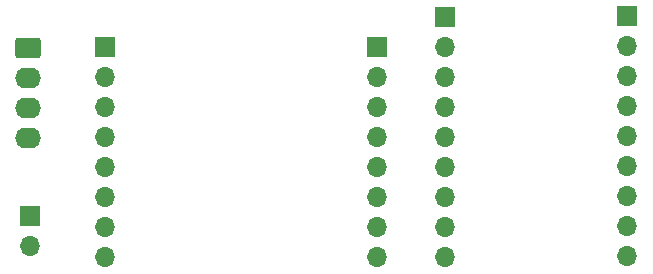
<source format=gbr>
%TF.GenerationSoftware,KiCad,Pcbnew,7.0.11-7.0.11~ubuntu22.04.1*%
%TF.CreationDate,2024-11-08T22:36:37-03:00*%
%TF.ProjectId,esp32cam_board,65737033-3263-4616-9d5f-626f6172642e,rev?*%
%TF.SameCoordinates,Original*%
%TF.FileFunction,Soldermask,Bot*%
%TF.FilePolarity,Negative*%
%FSLAX46Y46*%
G04 Gerber Fmt 4.6, Leading zero omitted, Abs format (unit mm)*
G04 Created by KiCad (PCBNEW 7.0.11-7.0.11~ubuntu22.04.1) date 2024-11-08 22:36:37*
%MOMM*%
%LPD*%
G01*
G04 APERTURE LIST*
G04 Aperture macros list*
%AMRoundRect*
0 Rectangle with rounded corners*
0 $1 Rounding radius*
0 $2 $3 $4 $5 $6 $7 $8 $9 X,Y pos of 4 corners*
0 Add a 4 corners polygon primitive as box body*
4,1,4,$2,$3,$4,$5,$6,$7,$8,$9,$2,$3,0*
0 Add four circle primitives for the rounded corners*
1,1,$1+$1,$2,$3*
1,1,$1+$1,$4,$5*
1,1,$1+$1,$6,$7*
1,1,$1+$1,$8,$9*
0 Add four rect primitives between the rounded corners*
20,1,$1+$1,$2,$3,$4,$5,0*
20,1,$1+$1,$4,$5,$6,$7,0*
20,1,$1+$1,$6,$7,$8,$9,0*
20,1,$1+$1,$8,$9,$2,$3,0*%
G04 Aperture macros list end*
%ADD10R,1.700000X1.700000*%
%ADD11O,1.700000X1.700000*%
%ADD12RoundRect,0.250000X-0.845000X0.620000X-0.845000X-0.620000X0.845000X-0.620000X0.845000X0.620000X0*%
%ADD13O,2.190000X1.740000*%
G04 APERTURE END LIST*
D10*
%TO.C,J5*%
X122450000Y-73550000D03*
D11*
X122450000Y-76090000D03*
X122450000Y-78630000D03*
X122450000Y-81170000D03*
X122450000Y-83710000D03*
X122450000Y-86250000D03*
X122450000Y-88790000D03*
X122450000Y-91330000D03*
%TD*%
D10*
%TO.C,J6*%
X92990000Y-87855000D03*
D11*
X92990000Y-90395000D03*
%TD*%
D10*
%TO.C,J4*%
X99400000Y-73570000D03*
D11*
X99400000Y-76110000D03*
X99400000Y-78650000D03*
X99400000Y-81190000D03*
X99400000Y-83730000D03*
X99400000Y-86270000D03*
X99400000Y-88810000D03*
X99400000Y-91350000D03*
%TD*%
D10*
%TO.C,J2*%
X128150000Y-71000000D03*
D11*
X128150000Y-73540000D03*
X128150000Y-76080000D03*
X128150000Y-78620000D03*
X128150000Y-81160000D03*
X128150000Y-83700000D03*
X128150000Y-86240000D03*
X128150000Y-88780000D03*
X128150000Y-91320000D03*
%TD*%
D10*
%TO.C,J3*%
X143585000Y-70930000D03*
D11*
X143585000Y-73470000D03*
X143585000Y-76010000D03*
X143585000Y-78550000D03*
X143585000Y-81090000D03*
X143585000Y-83630000D03*
X143585000Y-86170000D03*
X143585000Y-88710000D03*
X143585000Y-91250000D03*
%TD*%
D12*
%TO.C,J1*%
X92900000Y-73620000D03*
D13*
X92900000Y-76160000D03*
X92900000Y-78700000D03*
X92900000Y-81240000D03*
%TD*%
M02*

</source>
